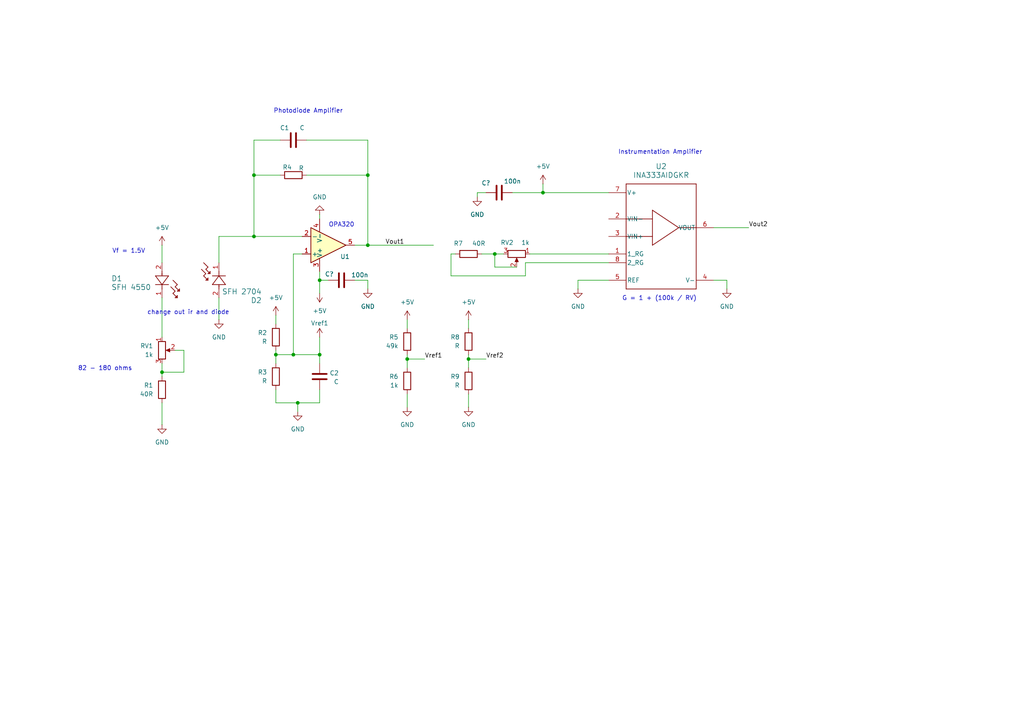
<source format=kicad_sch>
(kicad_sch (version 20250114) (generator "eeschema") (generator_version "9.0")
  (paper "A4")
  (lib_symbols
    (symbol "2025-07-03_01-44-25:INA333AIDGKR" (pin_names (offset 0.254))
      (property "Reference" "U" (at 6.096 8.89 0))
      (property "Value" "INA333AIDGKR" (at 13.462 6.35 0))
      (symbol "INA333AIDGKR_0_1"
        (polyline (pts (xy 5.08 5.08) (xy 5.08 -25.4)) (stroke (width 0.2032)))
        (polyline (pts (xy 5.08 -5.08) (xy 12.7 -5.08)) (stroke (width 0.2032)))
        (polyline (pts (xy 5.08 -10.16) (xy 12.7 -10.16)) (stroke (width 0.2032)))
        (polyline (pts (xy 5.08 -25.4) (xy 25.4 -25.4)) (stroke (width 0.2032)))
        (polyline (pts (xy 12.7 -2.54) (xy 20.32 -7.62)) (stroke (width 0.2032)))
        (polyline (pts (xy 12.7 -12.7) (xy 12.7 -2.54)) (stroke (width 0.2032)))
        (polyline (pts (xy 12.7 -12.7) (xy 20.32 -7.62)) (stroke (width 0.2032)))
        (polyline (pts (xy 20.32 -7.62) (xy 25.4 -7.62)) (stroke (width 0.2032)))
        (polyline (pts (xy 25.4 5.08) (xy 5.08 5.08)) (stroke (width 0.2032)))
        (polyline (pts (xy 25.4 -25.4) (xy 25.4 5.08)) (stroke (width 0.2032)))
        (pin power_in line (at 0 2.54 0) (length 5.08) (name "V+") (number "7"))
        (pin tri_state line (at 0 -5.08 0) (length 5.08) (name "VIN-") (number "2"))
        (pin tri_state line (at 0 -10.16 0) (length 5.08) (name "VIN+") (number "3"))
        (pin unspecified line (at 0 -15.24 0) (length 5.08) (name "1_RG") (number "1"))
        (pin unspecified line (at 0 -17.78 0) (length 5.08) (name "2_RG") (number "8"))
        (pin unspecified line (at 0 -22.86 0) (length 5.08) (name "REF") (number "5"))
        (pin unspecified line (at 30.48 -7.62 180) (length 5.08) (name "VOUT") (number "6"))
        (pin power_in line (at 30.48 -22.86 180) (length 5.08) (name "V-") (number "4"))
      )
    )
    (symbol "2025-07-03_01-44-25:SFH_2704" (pin_names (offset 0.254))
      (property "Reference" "D" (at 5.08 -4.445 0))
      (property "Value" "SFH 2704" (at 5.08 -7.62 0))
      (symbol "SFH_2704_1_1"
        (polyline (pts (xy 2.54 0) (xy 3.4798 0)) (stroke (width 0.2032)))
        (polyline (pts (xy 3.175 0) (xy 3.81 0)) (stroke (width 0.2032)))
        (polyline (pts (xy 3.81 1.905) (xy 3.81 -1.905)) (stroke (width 0.2032)))
        (polyline (pts (xy 3.81 -1.905) (xy 6.35 0)) (stroke (width 0.2032)))
        (polyline (pts (xy 5.08 3.81) (xy 5.08 3.175)) (stroke (width 0.2032)))
        (polyline (pts (xy 5.08 3.175) (xy 5.715 3.175)) (stroke (width 0.2032)))
        (polyline (pts (xy 5.715 3.175) (xy 5.08 3.81)) (stroke (width 0.2032)))
        (polyline (pts (xy 6.35 4.445) (xy 5.08 3.175)) (stroke (width 0.2032)))
        (polyline (pts (xy 6.35 0) (xy 3.81 1.905)) (stroke (width 0.2032)))
        (polyline (pts (xy 6.35 0) (xy 7.62 0)) (stroke (width 0.2032)))
        (polyline (pts (xy 6.35 -1.905) (xy 6.35 1.905)) (stroke (width 0.2032)))
        (polyline (pts (xy 6.985 3.81) (xy 6.35 4.445)) (stroke (width 0.2032)))
        (polyline (pts (xy 6.985 3.175) (xy 6.985 2.54)) (stroke (width 0.2032)))
        (polyline (pts (xy 6.985 2.54) (xy 7.62 2.54)) (stroke (width 0.2032)))
        (polyline (pts (xy 7.62 2.54) (xy 6.985 3.175)) (stroke (width 0.2032)))
        (polyline (pts (xy 8.255 5.08) (xy 6.985 3.81)) (stroke (width 0.2032)))
        (polyline (pts (xy 8.255 3.81) (xy 6.985 2.54)) (stroke (width 0.2032)))
        (polyline (pts (xy 8.89 3.175) (xy 8.255 3.81)) (stroke (width 0.2032)))
        (polyline (pts (xy 10.16 4.445) (xy 8.89 3.175)) (stroke (width 0.2032)))
        (pin unspecified line (at 0 0 0) (length 2.54) (name "") (number "2"))
        (pin unspecified line (at 10.16 0 180) (length 2.54) (name "") (number "1"))
      )
      (symbol "SFH_2704_1_2"
        (polyline (pts (xy -5.08 8.255) (xy -5.08 7.62)) (stroke (width 0.2032)))
        (polyline (pts (xy -5.08 7.62) (xy -4.445 8.255)) (stroke (width 0.2032)))
        (polyline (pts (xy -4.445 10.16) (xy -4.445 9.525)) (stroke (width 0.2032)))
        (polyline (pts (xy -4.445 9.525) (xy -3.81 10.16)) (stroke (width 0.2032)))
        (polyline (pts (xy -4.445 8.255) (xy -5.08 8.255)) (stroke (width 0.2032)))
        (polyline (pts (xy -4.445 6.35) (xy -3.81 6.985)) (stroke (width 0.2032)))
        (polyline (pts (xy -3.81 10.16) (xy -4.445 10.16)) (stroke (width 0.2032)))
        (polyline (pts (xy -3.81 8.255) (xy -3.175 8.89)) (stroke (width 0.2032)))
        (polyline (pts (xy -3.81 6.985) (xy -5.08 8.255)) (stroke (width 0.2032)))
        (polyline (pts (xy -3.175 8.89) (xy -4.445 10.16)) (stroke (width 0.2032)))
        (polyline (pts (xy -3.175 5.08) (xy -4.445 6.35)) (stroke (width 0.2032)))
        (polyline (pts (xy -2.54 6.985) (xy -3.81 8.255)) (stroke (width 0.2032)))
        (polyline (pts (xy -1.905 3.81) (xy 1.905 3.81)) (stroke (width 0.2032)))
        (polyline (pts (xy 0 6.35) (xy -1.905 3.81)) (stroke (width 0.2032)))
        (polyline (pts (xy 0 6.35) (xy 0 7.62)) (stroke (width 0.2032)))
        (polyline (pts (xy 0 3.175) (xy 0 3.81)) (stroke (width 0.2032)))
        (polyline (pts (xy 0 2.54) (xy 0 3.4798)) (stroke (width 0.2032)))
        (polyline (pts (xy 1.905 6.35) (xy -1.905 6.35)) (stroke (width 0.2032)))
        (polyline (pts (xy 1.905 3.81) (xy 0 6.35)) (stroke (width 0.2032)))
        (pin unspecified line (at 0 10.16 270) (length 2.54) (name "") (number "1"))
        (pin unspecified line (at 0 0 90) (length 2.54) (name "") (number "2"))
      )
    )
    (symbol "2025-07-03_01-44-25:SFH_4550" (pin_names (offset 0.254))
      (property "Reference" "D" (at 5.08 -4.445 0))
      (property "Value" "SFH 4550" (at 5.08 -7.62 0))
      (symbol "SFH_4550_1_1"
        (polyline (pts (xy 2.54 0) (xy 3.4798 0)) (stroke (width 0.2032)))
        (polyline (pts (xy 3.175 0) (xy 3.81 0)) (stroke (width 0.2032)))
        (polyline (pts (xy 3.81 1.905) (xy 3.81 -1.905)) (stroke (width 0.2032)))
        (polyline (pts (xy 3.81 -1.905) (xy 6.35 0)) (stroke (width 0.2032)))
        (polyline (pts (xy 5.08 3.175) (xy 6.35 4.445)) (stroke (width 0.2032)))
        (polyline (pts (xy 6.35 4.445) (xy 6.985 3.81)) (stroke (width 0.2032)))
        (polyline (pts (xy 6.35 0) (xy 3.81 1.905)) (stroke (width 0.2032)))
        (polyline (pts (xy 6.35 0) (xy 7.62 0)) (stroke (width 0.2032)))
        (polyline (pts (xy 6.35 -1.905) (xy 6.35 1.905)) (stroke (width 0.2032)))
        (polyline (pts (xy 6.985 3.81) (xy 8.255 5.08)) (stroke (width 0.2032)))
        (polyline (pts (xy 6.985 2.54) (xy 8.255 3.81)) (stroke (width 0.2032)))
        (polyline (pts (xy 7.62 5.08) (xy 8.255 4.445)) (stroke (width 0.2032)))
        (polyline (pts (xy 8.255 5.08) (xy 7.62 5.08)) (stroke (width 0.2032)))
        (polyline (pts (xy 8.255 4.445) (xy 8.255 5.08)) (stroke (width 0.2032)))
        (polyline (pts (xy 8.255 3.81) (xy 8.89 3.175)) (stroke (width 0.2032)))
        (polyline (pts (xy 8.89 3.175) (xy 10.16 4.445)) (stroke (width 0.2032)))
        (polyline (pts (xy 9.525 4.445) (xy 10.16 3.81)) (stroke (width 0.2032)))
        (polyline (pts (xy 10.16 4.445) (xy 9.525 4.445)) (stroke (width 0.2032)))
        (polyline (pts (xy 10.16 3.81) (xy 10.16 4.445)) (stroke (width 0.2032)))
        (pin unspecified line (at 0 0 0) (length 2.54) (name "") (number "2"))
        (pin unspecified line (at 10.16 0 180) (length 2.54) (name "") (number "1"))
      )
      (symbol "SFH_4550_1_2"
        (polyline (pts (xy -5.08 8.255) (xy -5.08 7.62)) (stroke (width 0.2032)))
        (polyline (pts (xy -5.08 7.62) (xy -4.445 8.255)) (stroke (width 0.2032)))
        (polyline (pts (xy -4.445 10.16) (xy -4.445 9.525)) (stroke (width 0.2032)))
        (polyline (pts (xy -4.445 9.525) (xy -3.81 10.16)) (stroke (width 0.2032)))
        (polyline (pts (xy -4.445 8.255) (xy -5.08 8.255)) (stroke (width 0.2032)))
        (polyline (pts (xy -4.445 6.35) (xy -3.81 6.985)) (stroke (width 0.2032)))
        (polyline (pts (xy -3.81 10.16) (xy -4.445 10.16)) (stroke (width 0.2032)))
        (polyline (pts (xy -3.81 8.255) (xy -3.175 8.89)) (stroke (width 0.2032)))
        (polyline (pts (xy -3.81 6.985) (xy -5.08 8.255)) (stroke (width 0.2032)))
        (polyline (pts (xy -3.175 8.89) (xy -4.445 10.16)) (stroke (width 0.2032)))
        (polyline (pts (xy -3.175 5.08) (xy -4.445 6.35)) (stroke (width 0.2032)))
        (polyline (pts (xy -2.54 6.985) (xy -3.81 8.255)) (stroke (width 0.2032)))
        (polyline (pts (xy -1.905 3.81) (xy 1.905 3.81)) (stroke (width 0.2032)))
        (polyline (pts (xy 0 6.35) (xy -1.905 3.81)) (stroke (width 0.2032)))
        (polyline (pts (xy 0 6.35) (xy 0 7.62)) (stroke (width 0.2032)))
        (polyline (pts (xy 0 3.175) (xy 0 3.81)) (stroke (width 0.2032)))
        (polyline (pts (xy 0 2.54) (xy 0 3.4798)) (stroke (width 0.2032)))
        (polyline (pts (xy 1.905 6.35) (xy -1.905 6.35)) (stroke (width 0.2032)))
        (polyline (pts (xy 1.905 3.81) (xy 0 6.35)) (stroke (width 0.2032)))
        (pin unspecified line (at 0 10.16 270) (length 2.54) (name "") (number "1"))
        (pin unspecified line (at 0 0 90) (length 2.54) (name "") (number "2"))
      )
    )
    (symbol "Device:C" (pin_numbers (hide yes)) (pin_names (offset 0.254))
      (property "Reference" "C" (at 0.635 2.54 0))
      (property "Value" "C" (at 0.635 -2.54 0))
      (symbol "C_0_1"
        (polyline (pts (xy -2.032 0.762) (xy 2.032 0.762)) (stroke (width 0.508)))
        (polyline (pts (xy -2.032 -0.762) (xy 2.032 -0.762)) (stroke (width 0.508)))
      )
      (symbol "C_1_1"
        (pin passive line (at 0 3.81 270) (length 2.794) (name "~") (number "1"))
        (pin passive line (at 0 -3.81 90) (length 2.794) (name "~") (number "2"))
      )
    )
    (symbol "Device:R" (pin_numbers (hide yes)) (pin_names (offset 0))
      (property "Reference" "R" (at 2.032 0 90))
      (property "Value" "R" (at 0 0 90))
      (symbol "R_0_1"
        (rectangle (start -1.016 -2.54) (end 1.016 2.54) (stroke (width 0.254)))
      )
      (symbol "R_1_1"
        (pin passive line (at 0 3.81 270) (length 1.27) (name "~") (number "1"))
        (pin passive line (at 0 -3.81 90) (length 1.27) (name "~") (number "2"))
      )
    )
    (symbol "Device:R_Potentiometer" (pin_names (offset 1.016) (hide yes))
      (property "Reference" "RV" (at -4.445 0 90))
      (property "Value" "R_Potentiometer" (at -2.54 0 90))
      (symbol "R_Potentiometer_0_1"
        (rectangle (start 1.016 2.54) (end -1.016 -2.54) (stroke (width 0.254)))
        (polyline (pts (xy 1.143 0) (xy 2.286 0.508) (xy 2.286 -0.508) (xy 1.143 0)) (fill (type outline)))
        (polyline (pts (xy 2.54 0) (xy 1.524 0)))
      )
      (symbol "R_Potentiometer_1_1"
        (pin passive line (at 0 3.81 270) (length 1.27) (name "1") (number "1"))
        (pin passive line (at 0 -3.81 90) (length 1.27) (name "3") (number "3"))
        (pin passive line (at 3.81 0 180) (length 1.27) (name "2") (number "2"))
      )
    )
    (symbol "Simulation_SPICE:OPAMP" (pin_names (offset 0.254))
      (property "Reference" "U" (at 3.81 3.175 0))
      (property "Value" "${SIM.PARAMS}" (at 3.81 -3.175 0))
      (symbol "OPAMP_0_1"
        (polyline (pts (xy 5.08 0) (xy -5.08 5.08) (xy -5.08 -5.08) (xy 5.08 0)) (stroke (width 0.254)) (fill (type background)))
      )
      (symbol "OPAMP_1_1"
        (pin input line (at -7.62 2.54 0) (length 2.54) (name "+") (number "1"))
        (pin input line (at -7.62 -2.54 0) (length 2.54) (name "-") (number "2"))
        (pin power_in line (at -2.54 7.62 270) (length 3.81) (name "V+") (number "3"))
        (pin power_in line (at -2.54 -7.62 90) (length 3.81) (name "V-") (number "4"))
        (pin output line (at 7.62 0 180) (length 2.54) (name "~") (number "5"))
      )
    )
    (symbol "power:+5V" (power) (pin_numbers (hide yes)) (pin_names (offset 0) (hide yes))
      (property "Value" "+5V" (at 0 3.556 0))
      (symbol "+5V_0_1"
        (polyline (pts (xy -0.762 1.27) (xy 0 2.54)))
        (polyline (pts (xy 0 2.54) (xy 0.762 1.27)))
        (polyline (pts (xy 0 0) (xy 0 2.54)))
      )
      (symbol "+5V_1_1"
        (pin power_in line (at 0 0 90) (length 0) (name "~") (number "1"))
      )
    )
    (symbol "power:GND" (power) (pin_numbers (hide yes)) (pin_names (offset 0) (hide yes))
      (property "Value" "GND" (at 0 -3.81 0))
      (symbol "GND_0_1"
        (polyline (pts (xy 0 0) (xy 0 -1.27) (xy 1.27 -1.27) (xy 0 -2.54) (xy -1.27 -1.27) (xy 0 -1.27)))
      )
      (symbol "GND_1_1"
        (pin power_in line (at 0 0 270) (length 0) (name "~") (number "1"))
      )
    )
  )
  (text "Instrumentation Amplifier" (at 191.516 44.196 0) (effects (font (size 1.27 1.27))))
  (text "change out ir and diode\n" (at 54.61 90.678 0) (effects (font (size 1.27 1.27))))
  (text "OPA320\n" (at 99.06 65.278 0) (effects (font (size 1.27 1.27))))
  (text "82 - 180 ohms\n" (at 30.48 106.934 0) (effects (font (size 1.27 1.27))))
  (text "G = 1 + (100k / RV)\n" (at 191.262 86.614 0) (effects (font (size 1.27 1.27))))
  (text "Photodiode Amplifier\n" (at 89.408 32.258 0) (effects (font (size 1.27 1.27))))
  (text "Vf = 1.5V\n" (at 37.338 72.898 0) (effects (font (size 1.27 1.27))))
  (junction (at 135.89 104.14))
  (junction (at 85.09 102.87))
  (junction (at 73.66 68.58))
  (junction (at 80.01 102.87))
  (junction (at 157.48 55.88))
  (junction (at 86.36 116.84))
  (junction (at 106.68 50.8))
  (junction (at 92.71 102.87))
  (junction (at 106.68 71.12))
  (junction (at 46.99 107.95))
  (junction (at 143.51 73.66))
  (junction (at 92.71 81.28))
  (junction (at 118.11 104.14))
  (junction (at 73.66 50.8))
  (wire (pts (xy 85.09 73.66) (xy 85.09 102.87)))
  (wire (pts (xy 53.34 101.6) (xy 53.34 107.95)))
  (wire (pts (xy 152.4 76.2) (xy 176.53 76.2)))
  (wire (pts (xy 63.5 68.58) (xy 73.66 68.58)))
  (wire (pts (xy 138.43 55.88) (xy 138.43 57.15)))
  (wire (pts (xy 118.11 104.14) (xy 118.11 106.68)))
  (wire (pts (xy 106.68 40.64) (xy 88.9 40.64)))
  (wire (pts (xy 46.99 107.95) (xy 46.99 109.22)))
  (wire (pts (xy 140.97 55.88) (xy 138.43 55.88)))
  (wire (pts (xy 80.01 113.03) (xy 80.01 116.84)))
  (wire (pts (xy 130.81 73.66) (xy 132.08 73.66)))
  (wire (pts (xy 176.53 81.28) (xy 167.64 81.28)))
  (wire (pts (xy 46.99 86.36) (xy 46.99 97.79)))
  (wire (pts (xy 106.68 50.8) (xy 106.68 40.64)))
  (wire (pts (xy 118.11 114.3) (xy 118.11 118.11)))
  (wire (pts (xy 135.89 114.3) (xy 135.89 118.11)))
  (wire (pts (xy 118.11 104.14) (xy 123.19 104.14)))
  (wire (pts (xy 106.68 81.28) (xy 106.68 83.82)))
  (wire (pts (xy 210.82 81.28) (xy 207.01 81.28)))
  (wire (pts (xy 118.11 92.71) (xy 118.11 95.25)))
  (wire (pts (xy 139.7 73.66) (xy 143.51 73.66)))
  (wire (pts (xy 73.66 50.8) (xy 73.66 40.64)))
  (wire (pts (xy 92.71 81.28) (xy 95.25 81.28)))
  (wire (pts (xy 130.81 73.66) (xy 130.81 80.01)))
  (wire (pts (xy 73.66 68.58) (xy 87.63 68.58)))
  (wire (pts (xy 63.5 86.36) (xy 63.5 92.71)))
  (wire (pts (xy 81.28 50.8) (xy 73.66 50.8)))
  (wire (pts (xy 50.8 101.6) (xy 53.34 101.6)))
  (wire (pts (xy 92.71 78.74) (xy 92.71 81.28)))
  (wire (pts (xy 106.68 50.8) (xy 106.68 71.12)))
  (wire (pts (xy 53.34 107.95) (xy 46.99 107.95)))
  (wire (pts (xy 73.66 50.8) (xy 73.66 68.58)))
  (wire (pts (xy 102.87 81.28) (xy 106.68 81.28)))
  (wire (pts (xy 135.89 104.14) (xy 135.89 106.68)))
  (wire (pts (xy 80.01 102.87) (xy 85.09 102.87)))
  (wire (pts (xy 148.59 55.88) (xy 157.48 55.88)))
  (wire (pts (xy 92.71 81.28) (xy 92.71 85.09)))
  (wire (pts (xy 152.4 80.01) (xy 152.4 76.2)))
  (wire (pts (xy 207.01 66.04) (xy 217.17 66.04)))
  (wire (pts (xy 92.71 97.79) (xy 92.71 102.87)))
  (wire (pts (xy 135.89 102.87) (xy 135.89 104.14)))
  (wire (pts (xy 73.66 40.64) (xy 81.28 40.64)))
  (wire (pts (xy 46.99 105.41) (xy 46.99 107.95)))
  (wire (pts (xy 80.01 101.6) (xy 80.01 102.87)))
  (wire (pts (xy 85.09 102.87) (xy 92.71 102.87)))
  (wire (pts (xy 86.36 116.84) (xy 86.36 119.38)))
  (wire (pts (xy 167.64 81.28) (xy 167.64 83.82)))
  (wire (pts (xy 143.51 77.47) (xy 143.51 73.66)))
  (wire (pts (xy 143.51 73.66) (xy 146.05 73.66)))
  (wire (pts (xy 87.63 73.66) (xy 85.09 73.66)))
  (wire (pts (xy 106.68 71.12) (xy 125.73 71.12)))
  (wire (pts (xy 92.71 102.87) (xy 92.71 105.41)))
  (wire (pts (xy 118.11 102.87) (xy 118.11 104.14)))
  (wire (pts (xy 176.53 55.88) (xy 157.48 55.88)))
  (wire (pts (xy 92.71 62.23) (xy 92.71 63.5)))
  (wire (pts (xy 46.99 71.12) (xy 46.99 76.2)))
  (wire (pts (xy 80.01 102.87) (xy 80.01 105.41)))
  (wire (pts (xy 153.67 73.66) (xy 176.53 73.66)))
  (wire (pts (xy 149.86 77.47) (xy 143.51 77.47)))
  (wire (pts (xy 135.89 104.14) (xy 140.97 104.14)))
  (wire (pts (xy 106.68 71.12) (xy 102.87 71.12)))
  (wire (pts (xy 86.36 116.84) (xy 92.71 116.84)))
  (wire (pts (xy 157.48 55.88) (xy 157.48 53.34)))
  (wire (pts (xy 92.71 116.84) (xy 92.71 113.03)))
  (wire (pts (xy 210.82 83.82) (xy 210.82 81.28)))
  (wire (pts (xy 135.89 92.71) (xy 135.89 95.25)))
  (wire (pts (xy 80.01 116.84) (xy 86.36 116.84)))
  (wire (pts (xy 63.5 68.58) (xy 63.5 76.2)))
  (wire (pts (xy 130.81 80.01) (xy 152.4 80.01)))
  (wire (pts (xy 46.99 116.84) (xy 46.99 123.19)))
  (wire (pts (xy 80.01 91.44) (xy 80.01 93.98)))
  (wire (pts (xy 88.9 50.8) (xy 106.68 50.8)))
  (label "Vref1" (at 123.19 104.14 0))
  (label "Vout1" (at 111.76 71.12 0))
  (label "Vref2" (at 140.97 104.14 0))
  (label "Vout2" (at 217.17 66.04 0))
  (symbol (lib_id "Device:R_Potentiometer") (at 149.86 73.66 270) (unit 1)
    (property "Reference" "RV2" (at 147.066 70.358 90))
    (property "Value" "1k" (at 152.4 70.358 90))
    (property "Description" "Potentiometer" (effects (hide yes)))
  )
  (symbol (lib_id "power:GND") (at 135.89 118.11 0) (unit 1)
    (property "Reference" "#PWR014" (effects (hide yes)))
    (property "Value" "GND" (at 135.89 123.19 0))
    (property "Description" "Power symbol creates a global label with name \"GND\" , ground" (effects (hide yes)))
  )
  (symbol (lib_id "Device:C") (at 99.06 81.28 90) (mirror x) (unit 1)
    (property "Reference" "C?" (at 94.234 79.502 90) (effects (justify right)))
    (property "Value" "100n" (at 101.854 79.756 90) (effects (justify right)))
    (property "Description" "Unpolarized capacitor" (effects (hide yes)))
  )
  (symbol (lib_id "power:+5V") (at 157.48 53.34 0) (unit 1)
    (property "Reference" "#PWR09" (effects (hide yes)))
    (property "Value" "+5V" (at 157.48 48.26 0))
    (property "Description" "Power symbol creates a global label with name \"+5V\"" (effects (hide yes)))
  )
  (symbol (lib_id "Device:R") (at 135.89 110.49 0) (mirror x) (unit 1)
    (property "Reference" "R9" (at 133.35 109.2199 0) (effects (justify right)))
    (property "Value" "R" (at 133.35 111.7599 0) (effects (justify right)))
    (property "Description" "Resistor" (effects (hide yes)))
  )
  (symbol (lib_id "Device:R") (at 80.01 109.22 0) (mirror x) (unit 1)
    (property "Reference" "R3" (at 77.47 107.9499 0) (effects (justify right)))
    (property "Value" "R" (at 77.47 110.4899 0) (effects (justify right)))
    (property "Description" "Resistor" (effects (hide yes)))
  )
  (symbol (lib_id "power:+5V") (at 92.71 85.09 180) (unit 1)
    (property "Reference" "#PWR04" (effects (hide yes)))
    (property "Value" "+5V" (at 92.71 90.17 0))
    (property "Description" "Power symbol creates a global label with name \"+5V\"" (effects (hide yes)))
  )
  (symbol (lib_id "power:+5V") (at 118.11 92.71 0) (mirror y) (unit 1)
    (property "Reference" "#PWR011" (effects (hide yes)))
    (property "Value" "+5V" (at 118.11 87.63 0))
    (property "Description" "Power symbol creates a global label with name \"+5V\"" (effects (hide yes)))
  )
  (symbol (lib_id "Device:R") (at 80.01 97.79 0) (mirror x) (unit 1)
    (property "Reference" "R2" (at 77.47 96.5199 0) (effects (justify right)))
    (property "Value" "R" (at 77.47 99.0599 0) (effects (justify right)))
    (property "Description" "Resistor" (effects (hide yes)))
  )
  (symbol (lib_id "Device:R") (at 118.11 110.49 0) (mirror x) (unit 1)
    (property "Reference" "R6" (at 115.57 109.2199 0) (effects (justify right)))
    (property "Value" "1k" (at 115.57 111.7599 0) (effects (justify right)))
    (property "Description" "Resistor" (effects (hide yes)))
  )
  (symbol (lib_id "2025-07-03_01-44-25:SFH_4550") (at 46.99 76.2 270) (unit 1)
    (property "Reference" "D1" (at 32.258 80.772 90) (effects (font (size 1.524 1.524)) (justify left)))
    (property "Value" "SFH 4550" (at 32.258 83.312 90) (effects (font (size 1.524 1.524)) (justify left)))
    (property "Footprint" "LED_SFH 4550_AOS" (effects (hide yes)))
    (property "Datasheet" "SFH 4550" (effects (hide yes)))
  )
  (symbol (lib_id "power:GND") (at 106.68 83.82 0) (unit 1)
    (property "Reference" "#PWR016" (effects (hide yes)))
    (property "Value" "GND" (at 106.68 88.9 0))
    (property "Description" "Power symbol creates a global label with name \"GND\" , ground" (effects (hide yes)))
  )
  (symbol (lib_id "power:GND") (at 118.11 118.11 0) (unit 1)
    (property "Reference" "#PWR012" (effects (hide yes)))
    (property "Value" "GND" (at 118.11 123.19 0))
    (property "Description" "Power symbol creates a global label with name \"GND\" , ground" (effects (hide yes)))
  )
  (symbol (lib_id "Device:C") (at 85.09 40.64 90) (unit 1)
    (property "Reference" "C1" (at 82.55 37.084 90))
    (property "Value" "C" (at 87.63 37.084 90))
    (property "Description" "Unpolarized capacitor" (effects (hide yes)))
  )
  (symbol (lib_id "power:+5V") (at 135.89 92.71 0) (mirror y) (unit 1)
    (property "Reference" "#PWR013" (effects (hide yes)))
    (property "Value" "+5V" (at 135.89 87.63 0))
    (property "Description" "Power symbol creates a global label with name \"+5V\"" (effects (hide yes)))
  )
  (symbol (lib_id "Device:C") (at 92.71 109.22 0) (mirror x) (unit 1)
    (property "Reference" "C2" (at 98.298 108.204 0) (effects (justify right)))
    (property "Value" "C" (at 98.298 110.744 0) (effects (justify right)))
    (property "Description" "Unpolarized capacitor" (effects (hide yes)))
  )
  (symbol (lib_id "power:+5V") (at 46.99 71.12 0) (unit 1)
    (property "Reference" "#PWR01" (effects (hide yes)))
    (property "Value" "+5V" (at 46.99 66.04 0))
    (property "Description" "Power symbol creates a global label with name \"+5V\"" (effects (hide yes)))
  )
  (symbol (lib_id "2025-07-03_01-44-25:SFH_2704") (at 63.5 86.36 90) (unit 1)
    (property "Reference" "D2" (at 75.946 87.122 90) (effects (font (size 1.524 1.524)) (justify left)))
    (property "Value" "SFH 2704" (at 75.946 84.582 90) (effects (font (size 1.524 1.524)) (justify left)))
    (property "Footprint" "LED_SFH 2704_OSR" (effects (hide yes)))
    (property "Datasheet" "SFH 2704" (effects (hide yes)))
  )
  (symbol (lib_id "power:GND") (at 138.43 57.15 0) (unit 1)
    (property "Reference" "#PWR017" (effects (hide yes)))
    (property "Value" "GND" (at 138.43 62.23 0))
    (property "Description" "Power symbol creates a global label with name \"GND\" , ground" (effects (hide yes)))
  )
  (symbol (lib_id "power:GND") (at 167.64 83.82 0) (unit 1)
    (property "Reference" "#PWR015" (effects (hide yes)))
    (property "Value" "GND" (at 167.64 88.9 0))
    (property "Description" "Power symbol creates a global label with name \"GND\" , ground" (effects (hide yes)))
  )
  (symbol (lib_id "Device:R_Potentiometer") (at 46.99 101.6 0) (unit 1)
    (property "Reference" "RV1" (at 44.45 100.3299 0) (effects (justify right)))
    (property "Value" "1k" (at 44.45 102.8699 0) (effects (justify right)))
    (property "Description" "Potentiometer" (effects (hide yes)))
  )
  (symbol (lib_id "Device:R") (at 118.11 99.06 0) (mirror x) (unit 1)
    (property "Reference" "R5" (at 115.57 97.7899 0) (effects (justify right)))
    (property "Value" "49k" (at 115.57 100.3299 0) (effects (justify right)))
    (property "Description" "Resistor" (effects (hide yes)))
  )
  (symbol (lib_id "Device:R") (at 46.99 113.03 0) (unit 1)
    (property "Reference" "R1" (at 44.45 111.7599 0) (effects (justify right)))
    (property "Value" "40R" (at 44.45 114.2999 0) (effects (justify right)))
    (property "Description" "Resistor" (effects (hide yes)))
  )
  (symbol (lib_id "Device:R") (at 135.89 73.66 90) (unit 1)
    (property "Reference" "R7" (at 131.572 70.612 90) (effects (justify right)))
    (property "Value" "40R" (at 136.906 70.612 90) (effects (justify right)))
    (property "Description" "Resistor" (effects (hide yes)))
  )
  (symbol (lib_id "power:GND") (at 210.82 83.82 0) (unit 1)
    (property "Reference" "#PWR010" (effects (hide yes)))
    (property "Value" "GND" (at 210.82 88.9 0))
    (property "Description" "Power symbol creates a global label with name \"GND\" , ground" (effects (hide yes)))
  )
  (symbol (lib_id "Device:R") (at 85.09 50.8 90) (unit 1)
    (property "Reference" "R4" (at 83.312 48.514 90))
    (property "Value" "R" (at 87.376 48.768 90))
    (property "Description" "Resistor" (effects (hide yes)))
  )
  (symbol (lib_id "power:GND") (at 92.71 62.23 180) (unit 1)
    (property "Reference" "#PWR05" (effects (hide yes)))
    (property "Value" "GND" (at 92.71 57.15 0))
    (property "Description" "Power symbol creates a global label with name \"GND\" , ground" (effects (hide yes)))
  )
  (symbol (lib_id "power:GND") (at 63.5 92.71 0) (unit 1)
    (property "Reference" "#PWR03" (effects (hide yes)))
    (property "Value" "GND" (at 63.5 97.79 0))
    (property "Description" "Power symbol creates a global label with name \"GND\" , ground" (effects (hide yes)))
  )
  (symbol (lib_id "power:+5V") (at 80.01 91.44 0) (mirror y) (unit 1)
    (property "Reference" "#PWR07" (effects (hide yes)))
    (property "Value" "+5V" (at 80.01 86.36 0))
    (property "Description" "Power symbol creates a global label with name \"+5V\"" (effects (hide yes)))
  )
  (symbol (lib_id "2025-07-03_01-44-25:INA333AIDGKR") (at 176.53 58.42 0) (unit 1)
    (property "Reference" "U2" (at 191.77 48.26 0) (effects (font (size 1.524 1.524))))
    (property "Value" "INA333AIDGKR" (at 191.77 50.8 0) (effects (font (size 1.524 1.524))))
    (property "Footprint" "DGK0008A-IPC_A" (effects (hide yes)))
    (property "Datasheet" "INA333AIDGKR" (effects (hide yes)))
  )
  (symbol (lib_id "Device:C") (at 144.78 55.88 270) (mirror x) (unit 1)
    (property "Reference" "C?" (at 142.24 53.086 90) (effects (justify right)))
    (property "Value" "100n" (at 151.13 52.578 90) (effects (justify right)))
    (property "Description" "Unpolarized capacitor" (effects (hide yes)))
  )
  (symbol (lib_id "Device:R") (at 135.89 99.06 0) (mirror x) (unit 1)
    (property "Reference" "R8" (at 133.35 97.7899 0) (effects (justify right)))
    (property "Value" "R" (at 133.35 100.3299 0) (effects (justify right)))
    (property "Description" "Resistor" (effects (hide yes)))
  )
  (symbol (lib_id "Simulation_SPICE:OPAMP") (at 95.25 71.12 0) (mirror x) (unit 1)
    (property "Reference" "U1" (at 100.076 74.422 0))
    (property "Value" "${SIM.PARAMS}" (at 102.87 74.3651 0))
    (property "Datasheet" "https://ngspice.sourceforge.io/docs/ngspice-html-manual/manual.xhtml#sec__SUBCKT_Subcircuits" (effects (hide yes)))
    (property "Description" "Operational amplifier, single" (effects (hide yes)))
    (property "Sim.Pins" "1=in+ 2=in- 3=vcc 4=vee 5=out" (effects (hide yes)))
    (property "Sim.Device" "SUBCKT" (effects (hide yes)))
    (property "Sim.Library" "${KICAD9_SYMBOL_DIR}/Simulation_SPICE.sp" (effects (hide yes)))
    (property "Sim.Name" "kicad_builtin_opamp" (effects (hide yes)))
  )
  (symbol (lib_id "power:+5V") (at 92.71 97.79 0) (unit 1)
    (property "Reference" "#PWR06" (effects (hide yes)))
    (property "Value" "Vref1" (at 92.71 93.726 0))
    (property "Description" "Power symbol creates a global label with name \"+5V\"" (effects (hide yes)))
  )
  (symbol (lib_id "power:GND") (at 46.99 123.19 0) (unit 1)
    (property "Reference" "#PWR02" (effects (hide yes)))
    (property "Value" "GND" (at 46.99 128.27 0))
    (property "Description" "Power symbol creates a global label with name \"GND\" , ground" (effects (hide yes)))
  )
  (symbol (lib_id "power:GND") (at 86.36 119.38 0) (unit 1)
    (property "Reference" "#PWR08" (effects (hide yes)))
    (property "Value" "GND" (at 86.36 124.46 0))
    (property "Description" "Power symbol creates a global label with name \"GND\" , ground" (effects (hide yes)))
  )
)
</source>
